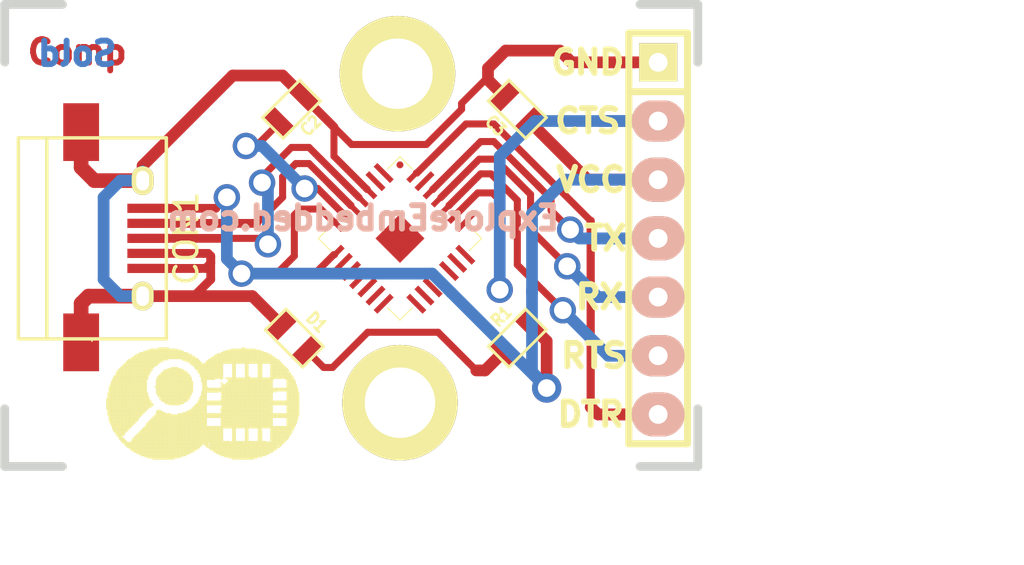
<source format=kicad_pcb>
(kicad_pcb (version 4) (host pcbnew "(2015-01-16 BZR 5376)-product")
  (title_block (date "25 may 2015") (company ExoploreEmbedded.com))
  (layers (0 Front signal) (31 Back jumper) (34 B.Paste user) (35 F.Paste user) (36 B.SilkS user) (37 F.SilkS user) (38 B.Mask user) (39 F.Mask user) (44 Edge.Cuts user))
  (net 0 "")
  (net 1 /CTS)
  (net 2 /D+)
  (net 3 /D-)
  (net 4 /DTR)
  (net 5 /RTS)
  (net 6 /RX)
  (net 7 /TX)
  (net 8 /VCC)
  (net 9 GND)
  (net 10 "Net-(C2-Pad1)")
  (net 11 "Net-(D1-Pad1)")
  (net 12 "Net-(P2-Pad1)")
  (net 13 "Net-(P3-Pad1)")
  (net 14 "Net-(U1-Pad2)")
  (net 15 "Net-(U1-Pad1)")
  (net 16 "Net-(U1-Pad27)")
  (net 17 "Net-(U1-Pad22)")
  (net 18 "Net-(U1-Pad21)")
  (net 19 "Net-(U1-Pad20)")
  (net 20 "Net-(U1-Pad19)")
  (net 21 "Net-(U1-Pad18)")
  (net 22 "Net-(U1-Pad17)")
  (net 23 "Net-(U1-Pad16)")
  (net 24 "Net-(U1-Pad15)")
  (net 25 "Net-(U1-Pad14)")
  (net 26 "Net-(U1-Pad13)")
  (net 27 "Net-(U1-Pad12)")
  (net 28 "Net-(U1-Pad11)")
  (net 29 "Net-(U1-Pad10)")
  (net 30 "Net-(U1-Pad9)")
  (module Connect:USB_Micro-B (layer Front) (at 32.908 29.628 270)
    (fp_text reference CON1 (at 0 -3.45 270) (layer F.SilkS))
    (fp_text value USB-MINI-B hide)
    (pad 1 smd rect (at -1.3009 -1.8) (size 1.8 0.4) (layers Front F.Paste F.Mask) (net 8 /VCC))
    (pad 2 smd rect (at -0.6509 -1.8) (size 1.8 0.4) (layers Front F.Paste F.Mask) (net 3 /D-))
    (pad 3 smd rect (at -0.0009 -1.8) (size 1.8 0.4) (layers Front F.Paste F.Mask) (net 2 /D+))
    (pad 4 smd rect (at 0.6491 -1.8) (size 1.8 0.4) (layers Front F.Paste F.Mask) (net 9 GND))
    (pad 5 smd rect (at 1.2991 -1.8) (size 1.8 0.4) (layers Front F.Paste F.Mask) (net 9 GND))
    (pad 6 thru_hole oval (at -2.5009 -1.56254) (size 0.95 1.25) (drill oval 0.55 0.85) (layers *.Cu *.Mask F.SilkS) (net 9 GND))
    (pad 6 thru_hole oval (at 2.4991 -1.56254) (size 0.95 1.25) (drill oval 0.55 0.85) (layers *.Cu *.Mask F.SilkS) (net 9 GND))
    (pad 6 smd rect (at -4.6 1.1) (size 1.55 2.5) (layers Front F.Paste F.Mask) (net 9 GND))
    (pad 6 smd rect (at 4.5 1.1) (size 1.55 2.5) (layers Front F.Paste F.Mask) (net 9 GND))
  )
  (module Connect:1pin (layer Front) (at 45.608 36.74)
    (fp_text reference P3 hide)
    (fp_text value CONN_1 hide)
    (pad 1 thru_hole circle (at 0 0) (size 5 5) (drill 3.048) (layers *.Cu *.Mask F.SilkS) (net 13 "Net-(P3-Pad1)"))
  )
  (module Connect:1pin (layer Front) (at 45.5 22.5)
    (fp_text reference P2 hide)
    (fp_text value CONN_1 hide)
    (pad 1 thru_hole circle (at 0 0) (size 5 5) (drill 3.048) (layers *.Cu *.Mask F.SilkS) (net 12 "Net-(P2-Pad1)"))
  )
  (module cp2102_xl2 (layer Front) (at 45.608 29.628 315)
    (fp_text reference U1 hide)
    (fp_text value CP2102 hide)
    (pad 7 smd rect (at -2.49936 1.50114 315) (size 1.00076 0.23114) (layers Front F.Paste F.Mask) (net 8 /VCC))
    (pad 6 smd rect (at -2.49936 1.00076 315) (size 1.00076 0.23114) (layers Front F.Paste F.Mask) (net 10 "Net-(C2-Pad1)"))
    (pad 5 smd rect (at -2.49936 0.50038 315) (size 1.00076 0.23114) (layers Front F.Paste F.Mask) (net 3 /D-))
    (pad 4 smd rect (at -2.49936 0 315) (size 1.00076 0.23114) (layers Front F.Paste F.Mask) (net 2 /D+))
    (pad 3 smd rect (at -2.49936 -0.50038 315) (size 1.00076 0.23114) (layers Front F.Paste F.Mask) (net 9 GND))
    (pad 2 smd rect (at -2.49936 -1.00076 315) (size 1.00076 0.23114) (layers Front F.Paste F.Mask) (net 14 "Net-(U1-Pad2)"))
    (pad 1 smd rect (at -2.49936 -1.50114 315) (size 1.00076 0.23114) (layers Front F.Paste F.Mask) (net 15 "Net-(U1-Pad1)"))
    (pad 28 smd rect (at -1.50114 -2.49936 315) (size 0.23114 1.00076) (layers Front F.Paste F.Mask) (net 4 /DTR))
    (pad 27 smd rect (at -1.00076 -2.49936 315) (size 0.23114 1.00076) (layers Front F.Paste F.Mask) (net 16 "Net-(U1-Pad27)"))
    (pad 26 smd rect (at -0.50038 -2.49936 315) (size 0.23114 1.00076) (layers Front F.Paste F.Mask) (net 7 /TX))
    (pad 25 smd rect (at 0 -2.49936 315) (size 0.23114 1.00076) (layers Front F.Paste F.Mask) (net 6 /RX))
    (pad 24 smd rect (at 0.50038 -2.49936 315) (size 0.23114 1.00076) (layers Front F.Paste F.Mask) (net 5 /RTS))
    (pad 23 smd rect (at 1.00076 -2.49936 315) (size 0.23114 1.00076) (layers Front F.Paste F.Mask) (net 1 /CTS))
    (pad 22 smd rect (at 1.50114 -2.49936 315) (size 0.23114 1.00076) (layers Front F.Paste F.Mask) (net 17 "Net-(U1-Pad22)"))
    (pad 21 smd rect (at 2.49936 -1.50114 315) (size 1.00076 0.23114) (layers Front F.Paste F.Mask) (net 18 "Net-(U1-Pad21)"))
    (pad 20 smd rect (at 2.49936 -1.00076 315) (size 1.00076 0.23114) (layers Front F.Paste F.Mask) (net 19 "Net-(U1-Pad20)"))
    (pad 19 smd rect (at 2.49936 -0.50038 315) (size 1.00076 0.23114) (layers Front F.Paste F.Mask) (net 20 "Net-(U1-Pad19)"))
    (pad 18 smd rect (at 2.49936 0 315) (size 1.00076 0.23114) (layers Front F.Paste F.Mask) (net 21 "Net-(U1-Pad18)"))
    (pad 17 smd rect (at 2.49936 0.50038 315) (size 1.00076 0.23114) (layers Front F.Paste F.Mask) (net 22 "Net-(U1-Pad17)"))
    (pad 16 smd rect (at 2.49936 1.00076 315) (size 1.00076 0.23114) (layers Front F.Paste F.Mask) (net 23 "Net-(U1-Pad16)"))
    (pad 15 smd rect (at 2.49936 1.50114 315) (size 1.00076 0.23114) (layers Front F.Paste F.Mask) (net 24 "Net-(U1-Pad15)"))
    (pad 14 smd rect (at 1.50114 2.49936 315) (size 0.23114 1.00076) (layers Front F.Paste F.Mask) (net 25 "Net-(U1-Pad14)"))
    (pad 13 smd rect (at 1.00076 2.49936 315) (size 0.23114 1.00076) (layers Front F.Paste F.Mask) (net 26 "Net-(U1-Pad13)"))
    (pad 12 smd rect (at 0.50038 2.49936 315) (size 0.23114 1.00076) (layers Front F.Paste F.Mask) (net 27 "Net-(U1-Pad12)"))
    (pad 11 smd rect (at 0 2.49936 315) (size 0.23114 1.00076) (layers Front F.Paste F.Mask) (net 28 "Net-(U1-Pad11)"))
    (pad 10 smd rect (at -0.50038 2.49936 315) (size 0.23114 1.00076) (layers Front F.Paste F.Mask) (net 29 "Net-(U1-Pad10)"))
    (pad 9 smd rect (at -1.00076 2.49936 315) (size 0.23114 1.00076) (layers Front F.Paste F.Mask) (net 30 "Net-(U1-Pad9)"))
    (pad 8 smd rect (at -1.50114 2.49936 315) (size 0.23114 1.00076) (layers Front F.Paste F.Mask) (net 8 /VCC))
    (pad 29 smd rect (at 0 0 315) (size 1.50114 1.50114) (layers Front F.Paste F.Mask))
    (pad "" smd circle (at -2.25044 -2.25044 315) (size 0.29972 0.29972) (layers Front F.Paste F.Mask))
  )
  (module SIL-7 (layer Front) (at 56.784 29.628 270)
    (fp_text reference P1 hide)
    (fp_text value CONN_7 hide)
    (pad 1 thru_hole rect (at -7.62 0 270) (size 1.651 1.651) (drill 0.8128) (layers *.Cu *.Mask F.SilkS) (net 9 GND))
    (pad 2 thru_hole oval (at -5.08 0 270) (size 1.778 2.286) (drill 0.8128) (layers *.Cu *.SilkS *.Mask) (net 1 /CTS))
    (pad 3 thru_hole oval (at -2.54 0 270) (size 1.905 2.286) (drill 0.8128) (layers *.Cu *.SilkS *.Mask) (net 8 /VCC))
    (pad 4 thru_hole oval (at 0 0 270) (size 1.905 2.286) (drill 0.8128) (layers *.Cu *.SilkS *.Mask) (net 7 /TX))
    (pad 5 thru_hole oval (at 2.54 0 270) (size 1.778 2.286) (drill 0.8128) (layers *.Cu *.SilkS *.Mask) (net 6 /RX))
    (pad 6 thru_hole oval (at 5.08 0 270) (size 1.778 2.286) (drill 0.8128) (layers *.Cu *.SilkS *.Mask) (net 5 /RTS))
    (pad 7 thru_hole oval (at 7.62 0 270) (size 1.905 2.286) (drill 0.8128) (layers *.Cu *.SilkS *.Mask) (net 4 /DTR))
  )
  (module SM0603 (layer Front) (at 40.909 24.04 45)
    (fp_text reference C2 (at 0.092631 1.096723 45) (layer F.SilkS) (effects (font (size 0.508 0.4572) (thickness 0.1143))))
    (fp_text value 0.1uF hide)
    (pad 1 smd rect (at -0.762 0 45) (size 0.635 1.143) (layers Front F.Paste F.Mask) (net 10 "Net-(C2-Pad1)"))
    (pad 2 smd rect (at 0.762 0 45) (size 0.635 1.143) (layers Front F.Paste F.Mask) (net 9 GND))
  )
  (module SM0603 (layer Front) (at 50.688 24.04 135)
    (fp_text reference C3 (at 0.16122 -1.165312 135) (layer F.SilkS) (effects (font (size 0.508 0.4572) (thickness 0.1143))))
    (fp_text value 1uF hide)
    (pad 1 smd rect (at -0.762 0 135) (size 0.635 1.143) (layers Front F.Paste F.Mask) (net 8 /VCC))
    (pad 2 smd rect (at 0.762 0 135) (size 0.635 1.143) (layers Front F.Paste F.Mask) (net 9 GND))
  )
  (module SM0603 (layer Front) (at 41.036 33.946 135)
    (fp_text reference D1 (at -0.189505 1.173797 135) (layer F.SilkS) (effects (font (size 0.508 0.4572) (thickness 0.1143))))
    (fp_text value LED hide)
    (pad 1 smd rect (at -0.762 0 135) (size 0.635 1.143) (layers Front F.Paste F.Mask) (net 11 "Net-(D1-Pad1)"))
    (pad 2 smd rect (at 0.762 0 135) (size 0.635 1.143) (layers Front F.Paste F.Mask) (net 9 GND))
  )
  (module SM0603 (layer Front) (at 50.688 33.946 225)
    (fp_text reference R1 (at -0.182434 1.155412 225) (layer F.SilkS) (effects (font (size 0.508 0.4572) (thickness 0.1143))))
    (fp_text value 330r hide)
    (pad 1 smd rect (at -0.762 0 225) (size 0.635 1.143) (layers Front F.Paste F.Mask) (net 8 /VCC))
    (pad 2 smd rect (at 0.762 0 225) (size 0.635 1.143) (layers Front F.Paste F.Mask) (net 11 "Net-(D1-Pad1)"))
  )
  (module "logo:LOGO (2)" (layer Front) (at 32.25 34)
    (fp_text reference LOGO hide)
    (fp_text value "" (at 0 0) (layer F.SilkS))
  )
  (gr_line (start 28.5 39.5) (end 28.5 37) (angle 90) (layer Edge.Cuts) (width 0.381))
  (gr_line (start 28.5 39.5) (end 31 39.5) (angle 90) (layer Edge.Cuts) (width 0.381))
  (gr_line (start 58.5 39.5) (end 56 39.5) (angle 90) (layer Edge.Cuts) (width 0.381))
  (gr_line (start 58.5 39.5) (end 58.5 37) (angle 90) (layer Edge.Cuts) (width 0.381))
  (gr_line (start 28.5 19.5) (end 28.5 22) (angle 90) (layer Edge.Cuts) (width 0.381))
  (gr_line (start 28.5 19.5) (end 31 19.5) (angle 90) (layer Edge.Cuts) (width 0.381))
  (gr_line (start 58.5 19.5) (end 58.5 22) (angle 90) (layer Edge.Cuts) (width 0.381))
  (gr_line (start 58.5 19.5) (end 56 19.5) (angle 90) (layer Edge.Cuts) (width 0.381))
  (gr_text ExploreEmbedded.com (at 44 28.75) (layer B.SilkS) (effects (font (size 1.016 1.016) (thickness 0.254)) (justify mirror)))
  (gr_text DTR (at 53.863 37.248) (layer F.SilkS) (effects (font (size 1.016 1.016) (thickness 0.254))))
  (gr_text RTS (at 53.99 34.708) (layer F.SilkS) (effects (font (size 1.016 1.016) (thickness 0.254))))
  (gr_text RX (at 54.244 32.168) (layer F.SilkS) (effects (font (size 1.016 1.016) (thickness 0.254))))
  (gr_text TX (at 54.498 29.628) (layer F.SilkS) (effects (font (size 1.016 1.016) (thickness 0.254))))
  (gr_text VCC (at 53.863 27.088) (layer F.SilkS) (effects (font (size 1.016 1.016) (thickness 0.254))))
  (gr_text CTS (at 53.736 24.548) (layer F.SilkS) (effects (font (size 1.016 1.016) (thickness 0.254))))
  (gr_text GND (at 53.736 22.008) (layer F.SilkS) (effects (font (size 1.016 1.016) (thickness 0.254))))
  (gr_text Sold (at 31.638 21.627) (layer Back) (effects (font (size 1.016 1.016) (thickness 0.254)) (justify mirror)))
  (gr_text Comp (at 31.638 21.5635) (layer Front) (effects (font (size 1.016 1.016) (thickness 0.254))))
  (segment (start 48.082959 28.56833) (end 48.082959 28.550041) (width 0.3048) (layer Front) (net 1))
  (segment (start 49.926 27.977) (end 49.926 31.8505) (width 0.3048) (layer Front) (net 1))
  (segment (start 49.6085 27.6595) (end 49.926 27.977) (width 0.3048) (layer Front) (net 1))
  (segment (start 48.9735 27.6595) (end 49.6085 27.6595) (width 0.3048) (layer Front) (net 1))
  (segment (start 48.082959 28.550041) (end 48.9735 27.6595) (width 0.3048) (layer Front) (net 1))
  (via (at 49.926 31.8505) (size 1.143) (drill 0.762) (layers Front Back) (net 1))
  (segment (start 51.45 24.548) (end 49.926 26.072) (width 0.508) (layer Back) (net 1))
  (segment (start 49.926 26.072) (end 49.926 31.8505) (width 0.508) (layer Back) (net 1))
  (segment (start 54.244 24.548) (end 51.45 24.548) (width 0.508) (layer Back) (net 1))
  (segment (start 55.768 24.548) (end 54.244 24.548) (width 0.508) (layer Back) (net 1))
  (segment (start 56.784 24.548) (end 54.244 24.548) (width 0.508) (layer Back) (net 1))
  (segment (start 37.988 29.6271) (end 34.47054 29.6271) (width 0.381) (layer Front) (net 2))
  (segment (start 38.115 29.628) (end 38.1141 29.6271) (width 0.3048) (layer Front) (net 2))
  (segment (start 38.1141 29.6271) (end 37.988 29.6271) (width 0.3048) (layer Front) (net 2))
  (segment (start 39.893 29.882) (end 39.6381 29.6271) (width 0.3048) (layer Front) (net 2))
  (via (at 39.893 29.882) (size 1.143) (drill 0.762) (layers Front Back) (net 2))
  (segment (start 39.893 27.469) (end 39.893 29.882) (width 0.508) (layer Back) (net 2))
  (segment (start 39.639 27.215) (end 39.893 27.469) (width 0.508) (layer Back) (net 2))
  (via (at 39.639 27.215) (size 1.143) (drill 0.762) (layers Front Back) (net 2))
  (segment (start 39.6381 29.6271) (end 38.1159 29.6271) (width 0.3048) (layer Front) (net 2))
  (segment (start 42.179 26.199) (end 41.671 25.691) (width 0.3048) (layer Front) (net 2))
  (segment (start 41.671 25.691) (end 40.909 25.691) (width 0.3048) (layer Front) (net 2))
  (segment (start 40.909 25.691) (end 39.639 26.961) (width 0.3048) (layer Front) (net 2))
  (segment (start 39.639 26.961) (end 39.639 27.215) (width 0.3048) (layer Front) (net 2))
  (segment (start 43.840686 27.860686) (end 42.179 26.199) (width 0.3048) (layer Front) (net 2))
  (segment (start 39.4009 28.9771) (end 40.528 27.85) (width 0.3048) (layer Front) (net 3))
  (segment (start 34.47054 28.9771) (end 39.4009 28.9771) (width 0.381) (layer Front) (net 3))
  (segment (start 43.486864 28.205364) (end 42.4965 27.215) (width 0.3048) (layer Front) (net 3))
  (segment (start 41.671 26.3895) (end 41.0995 26.3895) (width 0.3048) (layer Front) (net 3))
  (segment (start 41.0995 26.3895) (end 40.528 26.961) (width 0.3048) (layer Front) (net 3))
  (segment (start 40.528 26.961) (end 40.528 27.85) (width 0.3048) (layer Front) (net 3))
  (segment (start 43.486864 28.205364) (end 41.671 26.3895) (width 0.3048) (layer Front) (net 3))
  (segment (start 43.486864 28.214508) (end 43.486864 28.205364) (width 0.3048) (layer Front) (net 3))
  (segment (start 46.313848 26.799219) (end 46.341281 26.799219) (width 0.3048) (layer Front) (net 4))
  (segment (start 54.498 37.248) (end 55.768 37.248) (width 0.508) (layer Front) (net 4))
  (segment (start 54.1805 37.248) (end 54.498 37.248) (width 0.508) (layer Front) (net 4))
  (segment (start 53.863 36.9305) (end 54.1805 37.248) (width 0.508) (layer Front) (net 4))
  (segment (start 53.863 28.866) (end 53.863 36.9305) (width 0.3556) (layer Front) (net 4))
  (segment (start 49.672 24.675) (end 53.863 28.866) (width 0.3048) (layer Front) (net 4))
  (segment (start 48.4655 24.675) (end 49.672 24.675) (width 0.3048) (layer Front) (net 4))
  (segment (start 46.341281 26.799219) (end 48.4655 24.675) (width 0.3048) (layer Front) (net 4))
  (segment (start 56.784 37.248) (end 54.498 37.248) (width 0.508) (layer Front) (net 4))
  (segment (start 47.729136 28.214508) (end 47.729136 28.205364) (width 0.3048) (layer Front) (net 5))
  (segment (start 50.688 27.977) (end 50.688 30.771) (width 0.3048) (layer Front) (net 5))
  (segment (start 50.688 30.771) (end 52.6565 32.7395) (width 0.3048) (layer Front) (net 5))
  (via (at 52.6565 32.7395) (size 1.143) (drill 0.762) (layers Front Back) (net 5))
  (segment (start 52.6565 32.7395) (end 54.625 34.708) (width 0.3048) (layer Back) (net 5))
  (segment (start 47.729136 28.205364) (end 49.1005 26.834) (width 0.3048) (layer Front) (net 5))
  (segment (start 49.1005 26.834) (end 49.545 26.834) (width 0.3048) (layer Front) (net 5))
  (segment (start 49.545 26.834) (end 50.18 27.469) (width 0.3048) (layer Front) (net 5))
  (segment (start 50.18 27.469) (end 50.688 27.977) (width 0.3048) (layer Front) (net 5))
  (segment (start 54.625 34.708) (end 52.6565 32.7395) (width 0.381) (layer Back) (net 5))
  (segment (start 55.768 34.708) (end 54.625 34.708) (width 0.381) (layer Back) (net 5))
  (segment (start 54.625 34.708) (end 52.6565 32.7395) (width 0.508) (layer Back) (net 5))
  (segment (start 56.784 34.708) (end 54.625 34.708) (width 0.508) (layer Back) (net 5))
  (segment (start 51.2595 27.723) (end 51.2595 29.247) (width 0.3048) (layer Front) (net 6))
  (segment (start 51.2595 29.247) (end 52.847 30.8345) (width 0.3048) (layer Front) (net 6))
  (via (at 52.847 30.8345) (size 1.143) (drill 0.762) (layers Front Back) (net 6))
  (segment (start 52.847 30.8345) (end 54.1805 32.168) (width 0.3048) (layer Back) (net 6))
  (segment (start 47.9575 27.2785) (end 49.037 26.199) (width 0.3048) (layer Front) (net 6))
  (segment (start 49.037 26.199) (end 49.7355 26.199) (width 0.3048) (layer Front) (net 6))
  (segment (start 49.7355 26.199) (end 50.688 27.1515) (width 0.3048) (layer Front) (net 6))
  (segment (start 47.375314 27.860686) (end 47.9575 27.2785) (width 0.3048) (layer Front) (net 6))
  (segment (start 50.688 27.1515) (end 51.2595 27.723) (width 0.3048) (layer Front) (net 6))
  (segment (start 54.1805 32.168) (end 52.847 30.8345) (width 0.381) (layer Back) (net 6))
  (segment (start 55.768 32.168) (end 54.1805 32.168) (width 0.381) (layer Back) (net 6))
  (segment (start 54.1805 32.168) (end 52.847 30.8345) (width 0.508) (layer Back) (net 6))
  (segment (start 56.784 32.168) (end 54.1805 32.168) (width 0.508) (layer Back) (net 6))
  (segment (start 47.021492 27.506864) (end 47.030636 27.506864) (width 0.3048) (layer Front) (net 7))
  (segment (start 51.577 27.342) (end 51.704 27.469) (width 0.3048) (layer Front) (net 7))
  (segment (start 49.672 25.437) (end 51.577 27.342) (width 0.3048) (layer Front) (net 7))
  (segment (start 49.1005 25.437) (end 49.672 25.437) (width 0.3048) (layer Front) (net 7))
  (segment (start 47.030636 27.506864) (end 49.1005 25.437) (width 0.3048) (layer Front) (net 7))
  (segment (start 52.1485 27.9135) (end 52.1485 28.4215) (width 0.3048) (layer Front) (net 7))
  (segment (start 52.1485 28.4215) (end 52.974 29.247) (width 0.3048) (layer Front) (net 7))
  (via (at 52.974 29.247) (size 1.143) (drill 0.762) (layers Front Back) (net 7))
  (segment (start 52.974 29.247) (end 53.355 29.628) (width 0.3048) (layer Back) (net 7))
  (segment (start 53.355 29.628) (end 55.768 29.628) (width 0.508) (layer Back) (net 7))
  (segment (start 51.577 27.342) (end 52.1485 27.9135) (width 0.3048) (layer Front) (net 7))
  (segment (start 53.355 29.628) (end 52.974 29.247) (width 0.508) (layer Back) (net 7))
  (segment (start 56.784 29.628) (end 53.355 29.628) (width 0.508) (layer Back) (net 7))
  (segment (start 51.226815 33.407185) (end 51.292185 33.407185) (width 0.3048) (layer Front) (net 8))
  (segment (start 51.292185 33.407185) (end 51.958 34.073) (width 0.508) (layer Front) (net 8))
  (segment (start 51.958 34.073) (end 51.958 36.105) (width 0.508) (layer Front) (net 8))
  (via (at 51.958 36.105) (size 1.27) (drill 0.762) (layers Front Back) (net 8))
  (segment (start 51.958 36.105) (end 47.8305 31.9775) (width 0.508) (layer Back) (net 8))
  (segment (start 55.768 27.088) (end 53.736 27.088) (width 0.508) (layer Front) (net 8))
  (segment (start 53.736 27.088) (end 51.226815 24.578815) (width 0.508) (layer Front) (net 8))
  (segment (start 42.779219 30.333848) (end 42.743152 30.333848) (width 0.3048) (layer Front) (net 8))
  (segment (start 38.115 30.517) (end 38.115 27.85) (width 0.508) (layer Back) (net 8))
  (via (at 38.115 27.85) (size 1.143) (drill 0.762) (layers Front Back) (net 8))
  (segment (start 38.115 27.85) (end 37.6379 28.3271) (width 0.3048) (layer Front) (net 8))
  (segment (start 37.6379 28.3271) (end 34.47054 28.3271) (width 0.381) (layer Front) (net 8))
  (segment (start 38.75 31.152) (end 38.115 30.517) (width 0.508) (layer Back) (net 8))
  (via (at 38.75 31.152) (size 1.143) (drill 0.762) (layers Front Back) (net 8))
  (segment (start 39.639 31.152) (end 38.75 31.152) (width 0.3048) (layer Front) (net 8))
  (segment (start 40.274 31.152) (end 39.639 31.152) (width 0.3048) (layer Front) (net 8))
  (segment (start 41.036 30.39) (end 40.274 31.152) (width 0.3048) (layer Front) (net 8))
  (segment (start 41.036 28.612) (end 41.036 30.39) (width 0.3048) (layer Front) (net 8))
  (segment (start 41.29 28.358) (end 41.036 28.612) (width 0.3048) (layer Front) (net 8))
  (segment (start 42.179 28.358) (end 41.29 28.358) (width 0.3048) (layer Front) (net 8))
  (segment (start 42.743152 28.922152) (end 42.179 28.358) (width 0.3048) (layer Front) (net 8))
  (segment (start 42.779219 28.922152) (end 42.743152 28.922152) (width 0.3048) (layer Front) (net 8))
  (segment (start 41.925 31.152) (end 42.743152 30.333848) (width 0.3048) (layer Front) (net 8))
  (segment (start 41.925 31.152) (end 41.417 31.152) (width 0.3048) (layer Front) (net 8))
  (segment (start 39.639 31.152) (end 41.417 31.152) (width 0.3048) (layer Front) (net 8))
  (segment (start 40.655 31.152) (end 38.75 31.152) (width 0.3048) (layer Back) (net 8))
  (segment (start 51.323 34.708) (end 51.323 31.8505) (width 0.3048) (layer Back) (net 8))
  (segment (start 47.005 31.152) (end 47.8305 31.9775) (width 0.508) (layer Back) (net 8))
  (segment (start 38.75 31.152) (end 47.005 31.152) (width 0.508) (layer Back) (net 8))
  (segment (start 51.958 36.0415) (end 51.323 35.4065) (width 0.508) (layer Back) (net 8))
  (segment (start 51.323 31.9775) (end 51.323 31.8505) (width 0.508) (layer Back) (net 8))
  (segment (start 51.323 35.4065) (end 51.323 31.9775) (width 0.508) (layer Back) (net 8))
  (segment (start 51.958 36.105) (end 51.958 36.0415) (width 0.508) (layer Back) (net 8))
  (segment (start 54.498 27.088) (end 55.768 27.088) (width 0.508) (layer Back) (net 8))
  (segment (start 52.7835 27.088) (end 54.498 27.088) (width 0.508) (layer Back) (net 8))
  (segment (start 51.323 28.5485) (end 52.7835 27.088) (width 0.508) (layer Back) (net 8))
  (segment (start 51.323 31.9775) (end 51.323 28.5485) (width 0.508) (layer Back) (net 8))
  (segment (start 56.784 27.088) (end 53.736 27.088) (width 0.508) (layer Front) (net 8))
  (segment (start 56.784 27.088) (end 54.498 27.088) (width 0.508) (layer Back) (net 8))
  (segment (start 34.47054 27.1271) (end 34.47054 26.47796) (width 0.508) (layer Front) (net 9))
  (segment (start 34.47054 27.1271) (end 32.3771 27.1271) (width 0.635) (layer Front) (net 9))
  (segment (start 31.808 26.558) (end 31.808 25.028) (width 0.635) (layer Front) (net 9))
  (segment (start 32.3771 27.1271) (end 31.808 26.558) (width 0.635) (layer Front) (net 9))
  (segment (start 34.47054 32.1271) (end 32.1229 32.1271) (width 0.635) (layer Front) (net 9))
  (segment (start 31.808 32.442) (end 31.808 34.128) (width 0.635) (layer Front) (net 9))
  (segment (start 32.1229 32.1271) (end 31.808 32.442) (width 0.635) (layer Front) (net 9))
  (segment (start 50.149185 23.501185) (end 49.418 22.77) (width 0.508) (layer Front) (net 9))
  (segment (start 49.418 22.77) (end 49.291 22.77) (width 0.3048) (layer Front) (net 9))
  (segment (start 43.51063 25.564) (end 41.447815 23.501185) (width 0.3048) (layer Front) (net 9))
  (segment (start 44.194508 27.506864) (end 44.185364 27.506864) (width 0.3048) (layer Front) (net 9))
  (segment (start 44.185364 27.506864) (end 42.7505 26.072) (width 0.3048) (layer Front) (net 9))
  (segment (start 42.7505 26.072) (end 42.7505 24.80387) (width 0.3048) (layer Front) (net 9))
  (segment (start 54.498 22.008) (end 55.768 22.008) (width 0.508) (layer Front) (net 9))
  (segment (start 53.0375 22.008) (end 54.498 22.008) (width 0.508) (layer Front) (net 9))
  (segment (start 52.5295 21.5) (end 53.0375 22.008) (width 0.508) (layer Front) (net 9))
  (segment (start 50.18 21.5) (end 52.5295 21.5) (width 0.508) (layer Front) (net 9))
  (segment (start 49.418 22.262) (end 50.18 21.5) (width 0.508) (layer Front) (net 9))
  (segment (start 49.418 22.77) (end 49.418 22.262) (width 0.508) (layer Front) (net 9))
  (segment (start 34.47054 32.1271) (end 34.47054 32.38346) (width 0.3048) (layer Back) (net 9))
  (segment (start 34.47054 27.1271) (end 34.47054 26.61854) (width 0.3048) (layer Back) (net 9))
  (segment (start 36.9429 30.9271) (end 34.47054 30.9271) (width 0.381) (layer Front) (net 9))
  (segment (start 33.5039 27.1271) (end 32.781 27.85) (width 0.508) (layer Back) (net 9))
  (segment (start 32.781 27.85) (end 32.781 31.406) (width 0.508) (layer Back) (net 9))
  (segment (start 32.781 31.406) (end 33.5021 32.1271) (width 0.508) (layer Back) (net 9))
  (segment (start 33.5021 32.1271) (end 34.47054 32.1271) (width 0.508) (layer Back) (net 9))
  (segment (start 34.47054 27.1271) (end 33.5039 27.1271) (width 0.508) (layer Back) (net 9))
  (segment (start 34.47054 32.1271) (end 36.6319 32.1271) (width 0.3048) (layer Front) (net 9))
  (segment (start 39.2171 32.1271) (end 40.497185 33.407185) (width 0.508) (layer Front) (net 9))
  (segment (start 34.47054 32.1271) (end 39.2171 32.1271) (width 0.508) (layer Front) (net 9))
  (segment (start 40.528 22.5795) (end 38.369 22.5795) (width 0.508) (layer Front) (net 9))
  (segment (start 41.447815 23.499315) (end 40.528 22.5795) (width 0.508) (layer Front) (net 9))
  (segment (start 38.369 22.5795) (end 34.47054 26.47796) (width 0.508) (layer Front) (net 9))
  (segment (start 41.447815 23.501185) (end 41.447815 23.499315) (width 0.3048) (layer Front) (net 9))
  (segment (start 37.3036 30.2771) (end 37.1131 30.2771) (width 0.381) (layer Front) (net 9))
  (segment (start 37.4165 30.39) (end 37.3036 30.2771) (width 0.381) (layer Front) (net 9))
  (segment (start 37.1131 30.2771) (end 34.47054 30.2771) (width 0.381) (layer Front) (net 9))
  (segment (start 37.4165 30.7075) (end 37.4165 30.39) (width 0.381) (layer Front) (net 9))
  (segment (start 37.1969 30.9271) (end 37.4165 30.7075) (width 0.381) (layer Front) (net 9))
  (segment (start 34.47054 30.9271) (end 37.1969 30.9271) (width 0.381) (layer Front) (net 9))
  (segment (start 36.6954 32.1271) (end 37.4165 31.406) (width 0.381) (layer Front) (net 9))
  (segment (start 37.4165 31.406) (end 37.4165 30.39) (width 0.381) (layer Front) (net 9))
  (segment (start 34.47054 32.1271) (end 36.6954 32.1271) (width 0.381) (layer Front) (net 9))
  (segment (start 41.447815 23.501185) (end 42.7505 24.80387) (width 0.381) (layer Front) (net 9))
  (segment (start 49.291 22.77) (end 48.275 23.786) (width 0.3048) (layer Front) (net 9))
  (segment (start 48.275 23.786) (end 48.275 24.04) (width 0.3048) (layer Front) (net 9))
  (segment (start 48.275 24.04) (end 46.751 25.564) (width 0.3048) (layer Front) (net 9))
  (segment (start 46.751 25.564) (end 43.51063 25.564) (width 0.3048) (layer Front) (net 9))
  (segment (start 56.784 22.008) (end 54.498 22.008) (width 0.508) (layer Front) (net 9))
  (segment (start 42.052 27.469) (end 41.4805 27.469) (width 0.3048) (layer Front) (net 10))
  (via (at 41.4805 27.469) (size 1.143) (drill 0.762) (layers Front Back) (net 10))
  (segment (start 41.4805 27.469) (end 39.639 25.6275) (width 0.508) (layer Back) (net 10))
  (segment (start 39.639 25.6275) (end 38.9405 25.6275) (width 0.508) (layer Back) (net 10))
  (via (at 38.9405 25.6275) (size 1.143) (drill 0.762) (layers Front Back) (net 10))
  (segment (start 43.133041 28.550041) (end 42.052 27.469) (width 0.3048) (layer Front) (net 10))
  (segment (start 43.133041 28.56833) (end 43.133041 28.550041) (width 0.3048) (layer Front) (net 10))
  (segment (start 40.370185 24.578815) (end 39.989185 24.578815) (width 0.3048) (layer Front) (net 10))
  (segment (start 39.385 25.6275) (end 38.9405 25.6275) (width 0.3048) (layer Front) (net 10))
  (segment (start 40.370185 24.642315) (end 39.385 25.6275) (width 0.3048) (layer Front) (net 10))
  (segment (start 40.370185 24.578815) (end 40.370185 24.642315) (width 0.3048) (layer Front) (net 10))
  (segment (start 41.574815 34.484815) (end 42.306 35.216) (width 0.3048) (layer Front) (net 11))
  (segment (start 49.291 35.343) (end 50.149185 34.484815) (width 0.508) (layer Front) (net 11))
  (segment (start 48.91 35.343) (end 49.291 35.343) (width 0.508) (layer Front) (net 11))
  (segment (start 47.259 33.692) (end 48.91 35.343) (width 0.3048) (layer Front) (net 11))
  (segment (start 44.211 33.692) (end 47.259 33.692) (width 0.3048) (layer Front) (net 11))
  (segment (start 42.687 35.216) (end 44.211 33.692) (width 0.3048) (layer Front) (net 11))
  (segment (start 42.306 35.216) (end 42.687 35.216) (width 0.3048) (layer Front) (net 11))
)
</source>
